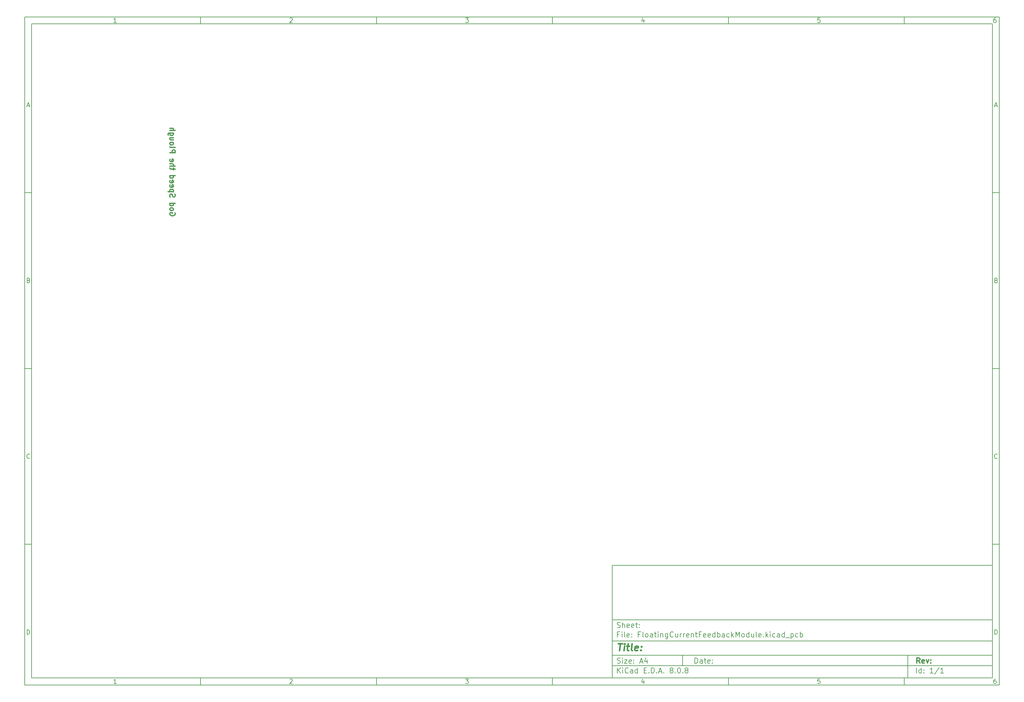
<source format=gbr>
%TF.GenerationSoftware,KiCad,Pcbnew,8.0.8*%
%TF.CreationDate,2025-05-01T12:34:51+01:00*%
%TF.ProjectId,FloatingCurrentFeedbackModule,466c6f61-7469-46e6-9743-757272656e74,rev?*%
%TF.SameCoordinates,Original*%
%TF.FileFunction,Legend,Bot*%
%TF.FilePolarity,Positive*%
%FSLAX46Y46*%
G04 Gerber Fmt 4.6, Leading zero omitted, Abs format (unit mm)*
G04 Created by KiCad (PCBNEW 8.0.8) date 2025-05-01 12:34:51*
%MOMM*%
%LPD*%
G01*
G04 APERTURE LIST*
%ADD10C,0.100000*%
%ADD11C,0.150000*%
%ADD12C,0.300000*%
%ADD13C,0.400000*%
G04 APERTURE END LIST*
D10*
D11*
X177002200Y-166007200D02*
X285002200Y-166007200D01*
X285002200Y-198007200D01*
X177002200Y-198007200D01*
X177002200Y-166007200D01*
D10*
D11*
X10000000Y-10000000D02*
X287002200Y-10000000D01*
X287002200Y-200007200D01*
X10000000Y-200007200D01*
X10000000Y-10000000D01*
D10*
D11*
X12000000Y-12000000D02*
X285002200Y-12000000D01*
X285002200Y-198007200D01*
X12000000Y-198007200D01*
X12000000Y-12000000D01*
D10*
D11*
X60000000Y-12000000D02*
X60000000Y-10000000D01*
D10*
D11*
X110000000Y-12000000D02*
X110000000Y-10000000D01*
D10*
D11*
X160000000Y-12000000D02*
X160000000Y-10000000D01*
D10*
D11*
X210000000Y-12000000D02*
X210000000Y-10000000D01*
D10*
D11*
X260000000Y-12000000D02*
X260000000Y-10000000D01*
D10*
D11*
X36089160Y-11593604D02*
X35346303Y-11593604D01*
X35717731Y-11593604D02*
X35717731Y-10293604D01*
X35717731Y-10293604D02*
X35593922Y-10479319D01*
X35593922Y-10479319D02*
X35470112Y-10603128D01*
X35470112Y-10603128D02*
X35346303Y-10665033D01*
D10*
D11*
X85346303Y-10417414D02*
X85408207Y-10355509D01*
X85408207Y-10355509D02*
X85532017Y-10293604D01*
X85532017Y-10293604D02*
X85841541Y-10293604D01*
X85841541Y-10293604D02*
X85965350Y-10355509D01*
X85965350Y-10355509D02*
X86027255Y-10417414D01*
X86027255Y-10417414D02*
X86089160Y-10541223D01*
X86089160Y-10541223D02*
X86089160Y-10665033D01*
X86089160Y-10665033D02*
X86027255Y-10850747D01*
X86027255Y-10850747D02*
X85284398Y-11593604D01*
X85284398Y-11593604D02*
X86089160Y-11593604D01*
D10*
D11*
X135284398Y-10293604D02*
X136089160Y-10293604D01*
X136089160Y-10293604D02*
X135655826Y-10788842D01*
X135655826Y-10788842D02*
X135841541Y-10788842D01*
X135841541Y-10788842D02*
X135965350Y-10850747D01*
X135965350Y-10850747D02*
X136027255Y-10912652D01*
X136027255Y-10912652D02*
X136089160Y-11036461D01*
X136089160Y-11036461D02*
X136089160Y-11345985D01*
X136089160Y-11345985D02*
X136027255Y-11469795D01*
X136027255Y-11469795D02*
X135965350Y-11531700D01*
X135965350Y-11531700D02*
X135841541Y-11593604D01*
X135841541Y-11593604D02*
X135470112Y-11593604D01*
X135470112Y-11593604D02*
X135346303Y-11531700D01*
X135346303Y-11531700D02*
X135284398Y-11469795D01*
D10*
D11*
X185965350Y-10726938D02*
X185965350Y-11593604D01*
X185655826Y-10231700D02*
X185346303Y-11160271D01*
X185346303Y-11160271D02*
X186151064Y-11160271D01*
D10*
D11*
X236027255Y-10293604D02*
X235408207Y-10293604D01*
X235408207Y-10293604D02*
X235346303Y-10912652D01*
X235346303Y-10912652D02*
X235408207Y-10850747D01*
X235408207Y-10850747D02*
X235532017Y-10788842D01*
X235532017Y-10788842D02*
X235841541Y-10788842D01*
X235841541Y-10788842D02*
X235965350Y-10850747D01*
X235965350Y-10850747D02*
X236027255Y-10912652D01*
X236027255Y-10912652D02*
X236089160Y-11036461D01*
X236089160Y-11036461D02*
X236089160Y-11345985D01*
X236089160Y-11345985D02*
X236027255Y-11469795D01*
X236027255Y-11469795D02*
X235965350Y-11531700D01*
X235965350Y-11531700D02*
X235841541Y-11593604D01*
X235841541Y-11593604D02*
X235532017Y-11593604D01*
X235532017Y-11593604D02*
X235408207Y-11531700D01*
X235408207Y-11531700D02*
X235346303Y-11469795D01*
D10*
D11*
X285965350Y-10293604D02*
X285717731Y-10293604D01*
X285717731Y-10293604D02*
X285593922Y-10355509D01*
X285593922Y-10355509D02*
X285532017Y-10417414D01*
X285532017Y-10417414D02*
X285408207Y-10603128D01*
X285408207Y-10603128D02*
X285346303Y-10850747D01*
X285346303Y-10850747D02*
X285346303Y-11345985D01*
X285346303Y-11345985D02*
X285408207Y-11469795D01*
X285408207Y-11469795D02*
X285470112Y-11531700D01*
X285470112Y-11531700D02*
X285593922Y-11593604D01*
X285593922Y-11593604D02*
X285841541Y-11593604D01*
X285841541Y-11593604D02*
X285965350Y-11531700D01*
X285965350Y-11531700D02*
X286027255Y-11469795D01*
X286027255Y-11469795D02*
X286089160Y-11345985D01*
X286089160Y-11345985D02*
X286089160Y-11036461D01*
X286089160Y-11036461D02*
X286027255Y-10912652D01*
X286027255Y-10912652D02*
X285965350Y-10850747D01*
X285965350Y-10850747D02*
X285841541Y-10788842D01*
X285841541Y-10788842D02*
X285593922Y-10788842D01*
X285593922Y-10788842D02*
X285470112Y-10850747D01*
X285470112Y-10850747D02*
X285408207Y-10912652D01*
X285408207Y-10912652D02*
X285346303Y-11036461D01*
D10*
D11*
X60000000Y-198007200D02*
X60000000Y-200007200D01*
D10*
D11*
X110000000Y-198007200D02*
X110000000Y-200007200D01*
D10*
D11*
X160000000Y-198007200D02*
X160000000Y-200007200D01*
D10*
D11*
X210000000Y-198007200D02*
X210000000Y-200007200D01*
D10*
D11*
X260000000Y-198007200D02*
X260000000Y-200007200D01*
D10*
D11*
X36089160Y-199600804D02*
X35346303Y-199600804D01*
X35717731Y-199600804D02*
X35717731Y-198300804D01*
X35717731Y-198300804D02*
X35593922Y-198486519D01*
X35593922Y-198486519D02*
X35470112Y-198610328D01*
X35470112Y-198610328D02*
X35346303Y-198672233D01*
D10*
D11*
X85346303Y-198424614D02*
X85408207Y-198362709D01*
X85408207Y-198362709D02*
X85532017Y-198300804D01*
X85532017Y-198300804D02*
X85841541Y-198300804D01*
X85841541Y-198300804D02*
X85965350Y-198362709D01*
X85965350Y-198362709D02*
X86027255Y-198424614D01*
X86027255Y-198424614D02*
X86089160Y-198548423D01*
X86089160Y-198548423D02*
X86089160Y-198672233D01*
X86089160Y-198672233D02*
X86027255Y-198857947D01*
X86027255Y-198857947D02*
X85284398Y-199600804D01*
X85284398Y-199600804D02*
X86089160Y-199600804D01*
D10*
D11*
X135284398Y-198300804D02*
X136089160Y-198300804D01*
X136089160Y-198300804D02*
X135655826Y-198796042D01*
X135655826Y-198796042D02*
X135841541Y-198796042D01*
X135841541Y-198796042D02*
X135965350Y-198857947D01*
X135965350Y-198857947D02*
X136027255Y-198919852D01*
X136027255Y-198919852D02*
X136089160Y-199043661D01*
X136089160Y-199043661D02*
X136089160Y-199353185D01*
X136089160Y-199353185D02*
X136027255Y-199476995D01*
X136027255Y-199476995D02*
X135965350Y-199538900D01*
X135965350Y-199538900D02*
X135841541Y-199600804D01*
X135841541Y-199600804D02*
X135470112Y-199600804D01*
X135470112Y-199600804D02*
X135346303Y-199538900D01*
X135346303Y-199538900D02*
X135284398Y-199476995D01*
D10*
D11*
X185965350Y-198734138D02*
X185965350Y-199600804D01*
X185655826Y-198238900D02*
X185346303Y-199167471D01*
X185346303Y-199167471D02*
X186151064Y-199167471D01*
D10*
D11*
X236027255Y-198300804D02*
X235408207Y-198300804D01*
X235408207Y-198300804D02*
X235346303Y-198919852D01*
X235346303Y-198919852D02*
X235408207Y-198857947D01*
X235408207Y-198857947D02*
X235532017Y-198796042D01*
X235532017Y-198796042D02*
X235841541Y-198796042D01*
X235841541Y-198796042D02*
X235965350Y-198857947D01*
X235965350Y-198857947D02*
X236027255Y-198919852D01*
X236027255Y-198919852D02*
X236089160Y-199043661D01*
X236089160Y-199043661D02*
X236089160Y-199353185D01*
X236089160Y-199353185D02*
X236027255Y-199476995D01*
X236027255Y-199476995D02*
X235965350Y-199538900D01*
X235965350Y-199538900D02*
X235841541Y-199600804D01*
X235841541Y-199600804D02*
X235532017Y-199600804D01*
X235532017Y-199600804D02*
X235408207Y-199538900D01*
X235408207Y-199538900D02*
X235346303Y-199476995D01*
D10*
D11*
X285965350Y-198300804D02*
X285717731Y-198300804D01*
X285717731Y-198300804D02*
X285593922Y-198362709D01*
X285593922Y-198362709D02*
X285532017Y-198424614D01*
X285532017Y-198424614D02*
X285408207Y-198610328D01*
X285408207Y-198610328D02*
X285346303Y-198857947D01*
X285346303Y-198857947D02*
X285346303Y-199353185D01*
X285346303Y-199353185D02*
X285408207Y-199476995D01*
X285408207Y-199476995D02*
X285470112Y-199538900D01*
X285470112Y-199538900D02*
X285593922Y-199600804D01*
X285593922Y-199600804D02*
X285841541Y-199600804D01*
X285841541Y-199600804D02*
X285965350Y-199538900D01*
X285965350Y-199538900D02*
X286027255Y-199476995D01*
X286027255Y-199476995D02*
X286089160Y-199353185D01*
X286089160Y-199353185D02*
X286089160Y-199043661D01*
X286089160Y-199043661D02*
X286027255Y-198919852D01*
X286027255Y-198919852D02*
X285965350Y-198857947D01*
X285965350Y-198857947D02*
X285841541Y-198796042D01*
X285841541Y-198796042D02*
X285593922Y-198796042D01*
X285593922Y-198796042D02*
X285470112Y-198857947D01*
X285470112Y-198857947D02*
X285408207Y-198919852D01*
X285408207Y-198919852D02*
X285346303Y-199043661D01*
D10*
D11*
X10000000Y-60000000D02*
X12000000Y-60000000D01*
D10*
D11*
X10000000Y-110000000D02*
X12000000Y-110000000D01*
D10*
D11*
X10000000Y-160000000D02*
X12000000Y-160000000D01*
D10*
D11*
X10690476Y-35222176D02*
X11309523Y-35222176D01*
X10566666Y-35593604D02*
X10999999Y-34293604D01*
X10999999Y-34293604D02*
X11433333Y-35593604D01*
D10*
D11*
X11092857Y-84912652D02*
X11278571Y-84974557D01*
X11278571Y-84974557D02*
X11340476Y-85036461D01*
X11340476Y-85036461D02*
X11402380Y-85160271D01*
X11402380Y-85160271D02*
X11402380Y-85345985D01*
X11402380Y-85345985D02*
X11340476Y-85469795D01*
X11340476Y-85469795D02*
X11278571Y-85531700D01*
X11278571Y-85531700D02*
X11154761Y-85593604D01*
X11154761Y-85593604D02*
X10659523Y-85593604D01*
X10659523Y-85593604D02*
X10659523Y-84293604D01*
X10659523Y-84293604D02*
X11092857Y-84293604D01*
X11092857Y-84293604D02*
X11216666Y-84355509D01*
X11216666Y-84355509D02*
X11278571Y-84417414D01*
X11278571Y-84417414D02*
X11340476Y-84541223D01*
X11340476Y-84541223D02*
X11340476Y-84665033D01*
X11340476Y-84665033D02*
X11278571Y-84788842D01*
X11278571Y-84788842D02*
X11216666Y-84850747D01*
X11216666Y-84850747D02*
X11092857Y-84912652D01*
X11092857Y-84912652D02*
X10659523Y-84912652D01*
D10*
D11*
X11402380Y-135469795D02*
X11340476Y-135531700D01*
X11340476Y-135531700D02*
X11154761Y-135593604D01*
X11154761Y-135593604D02*
X11030952Y-135593604D01*
X11030952Y-135593604D02*
X10845238Y-135531700D01*
X10845238Y-135531700D02*
X10721428Y-135407890D01*
X10721428Y-135407890D02*
X10659523Y-135284080D01*
X10659523Y-135284080D02*
X10597619Y-135036461D01*
X10597619Y-135036461D02*
X10597619Y-134850747D01*
X10597619Y-134850747D02*
X10659523Y-134603128D01*
X10659523Y-134603128D02*
X10721428Y-134479319D01*
X10721428Y-134479319D02*
X10845238Y-134355509D01*
X10845238Y-134355509D02*
X11030952Y-134293604D01*
X11030952Y-134293604D02*
X11154761Y-134293604D01*
X11154761Y-134293604D02*
X11340476Y-134355509D01*
X11340476Y-134355509D02*
X11402380Y-134417414D01*
D10*
D11*
X10659523Y-185593604D02*
X10659523Y-184293604D01*
X10659523Y-184293604D02*
X10969047Y-184293604D01*
X10969047Y-184293604D02*
X11154761Y-184355509D01*
X11154761Y-184355509D02*
X11278571Y-184479319D01*
X11278571Y-184479319D02*
X11340476Y-184603128D01*
X11340476Y-184603128D02*
X11402380Y-184850747D01*
X11402380Y-184850747D02*
X11402380Y-185036461D01*
X11402380Y-185036461D02*
X11340476Y-185284080D01*
X11340476Y-185284080D02*
X11278571Y-185407890D01*
X11278571Y-185407890D02*
X11154761Y-185531700D01*
X11154761Y-185531700D02*
X10969047Y-185593604D01*
X10969047Y-185593604D02*
X10659523Y-185593604D01*
D10*
D11*
X287002200Y-60000000D02*
X285002200Y-60000000D01*
D10*
D11*
X287002200Y-110000000D02*
X285002200Y-110000000D01*
D10*
D11*
X287002200Y-160000000D02*
X285002200Y-160000000D01*
D10*
D11*
X285692676Y-35222176D02*
X286311723Y-35222176D01*
X285568866Y-35593604D02*
X286002199Y-34293604D01*
X286002199Y-34293604D02*
X286435533Y-35593604D01*
D10*
D11*
X286095057Y-84912652D02*
X286280771Y-84974557D01*
X286280771Y-84974557D02*
X286342676Y-85036461D01*
X286342676Y-85036461D02*
X286404580Y-85160271D01*
X286404580Y-85160271D02*
X286404580Y-85345985D01*
X286404580Y-85345985D02*
X286342676Y-85469795D01*
X286342676Y-85469795D02*
X286280771Y-85531700D01*
X286280771Y-85531700D02*
X286156961Y-85593604D01*
X286156961Y-85593604D02*
X285661723Y-85593604D01*
X285661723Y-85593604D02*
X285661723Y-84293604D01*
X285661723Y-84293604D02*
X286095057Y-84293604D01*
X286095057Y-84293604D02*
X286218866Y-84355509D01*
X286218866Y-84355509D02*
X286280771Y-84417414D01*
X286280771Y-84417414D02*
X286342676Y-84541223D01*
X286342676Y-84541223D02*
X286342676Y-84665033D01*
X286342676Y-84665033D02*
X286280771Y-84788842D01*
X286280771Y-84788842D02*
X286218866Y-84850747D01*
X286218866Y-84850747D02*
X286095057Y-84912652D01*
X286095057Y-84912652D02*
X285661723Y-84912652D01*
D10*
D11*
X286404580Y-135469795D02*
X286342676Y-135531700D01*
X286342676Y-135531700D02*
X286156961Y-135593604D01*
X286156961Y-135593604D02*
X286033152Y-135593604D01*
X286033152Y-135593604D02*
X285847438Y-135531700D01*
X285847438Y-135531700D02*
X285723628Y-135407890D01*
X285723628Y-135407890D02*
X285661723Y-135284080D01*
X285661723Y-135284080D02*
X285599819Y-135036461D01*
X285599819Y-135036461D02*
X285599819Y-134850747D01*
X285599819Y-134850747D02*
X285661723Y-134603128D01*
X285661723Y-134603128D02*
X285723628Y-134479319D01*
X285723628Y-134479319D02*
X285847438Y-134355509D01*
X285847438Y-134355509D02*
X286033152Y-134293604D01*
X286033152Y-134293604D02*
X286156961Y-134293604D01*
X286156961Y-134293604D02*
X286342676Y-134355509D01*
X286342676Y-134355509D02*
X286404580Y-134417414D01*
D10*
D11*
X285661723Y-185593604D02*
X285661723Y-184293604D01*
X285661723Y-184293604D02*
X285971247Y-184293604D01*
X285971247Y-184293604D02*
X286156961Y-184355509D01*
X286156961Y-184355509D02*
X286280771Y-184479319D01*
X286280771Y-184479319D02*
X286342676Y-184603128D01*
X286342676Y-184603128D02*
X286404580Y-184850747D01*
X286404580Y-184850747D02*
X286404580Y-185036461D01*
X286404580Y-185036461D02*
X286342676Y-185284080D01*
X286342676Y-185284080D02*
X286280771Y-185407890D01*
X286280771Y-185407890D02*
X286156961Y-185531700D01*
X286156961Y-185531700D02*
X285971247Y-185593604D01*
X285971247Y-185593604D02*
X285661723Y-185593604D01*
D10*
D11*
X200458026Y-193793328D02*
X200458026Y-192293328D01*
X200458026Y-192293328D02*
X200815169Y-192293328D01*
X200815169Y-192293328D02*
X201029455Y-192364757D01*
X201029455Y-192364757D02*
X201172312Y-192507614D01*
X201172312Y-192507614D02*
X201243741Y-192650471D01*
X201243741Y-192650471D02*
X201315169Y-192936185D01*
X201315169Y-192936185D02*
X201315169Y-193150471D01*
X201315169Y-193150471D02*
X201243741Y-193436185D01*
X201243741Y-193436185D02*
X201172312Y-193579042D01*
X201172312Y-193579042D02*
X201029455Y-193721900D01*
X201029455Y-193721900D02*
X200815169Y-193793328D01*
X200815169Y-193793328D02*
X200458026Y-193793328D01*
X202600884Y-193793328D02*
X202600884Y-193007614D01*
X202600884Y-193007614D02*
X202529455Y-192864757D01*
X202529455Y-192864757D02*
X202386598Y-192793328D01*
X202386598Y-192793328D02*
X202100884Y-192793328D01*
X202100884Y-192793328D02*
X201958026Y-192864757D01*
X202600884Y-193721900D02*
X202458026Y-193793328D01*
X202458026Y-193793328D02*
X202100884Y-193793328D01*
X202100884Y-193793328D02*
X201958026Y-193721900D01*
X201958026Y-193721900D02*
X201886598Y-193579042D01*
X201886598Y-193579042D02*
X201886598Y-193436185D01*
X201886598Y-193436185D02*
X201958026Y-193293328D01*
X201958026Y-193293328D02*
X202100884Y-193221900D01*
X202100884Y-193221900D02*
X202458026Y-193221900D01*
X202458026Y-193221900D02*
X202600884Y-193150471D01*
X203100884Y-192793328D02*
X203672312Y-192793328D01*
X203315169Y-192293328D02*
X203315169Y-193579042D01*
X203315169Y-193579042D02*
X203386598Y-193721900D01*
X203386598Y-193721900D02*
X203529455Y-193793328D01*
X203529455Y-193793328D02*
X203672312Y-193793328D01*
X204743741Y-193721900D02*
X204600884Y-193793328D01*
X204600884Y-193793328D02*
X204315170Y-193793328D01*
X204315170Y-193793328D02*
X204172312Y-193721900D01*
X204172312Y-193721900D02*
X204100884Y-193579042D01*
X204100884Y-193579042D02*
X204100884Y-193007614D01*
X204100884Y-193007614D02*
X204172312Y-192864757D01*
X204172312Y-192864757D02*
X204315170Y-192793328D01*
X204315170Y-192793328D02*
X204600884Y-192793328D01*
X204600884Y-192793328D02*
X204743741Y-192864757D01*
X204743741Y-192864757D02*
X204815170Y-193007614D01*
X204815170Y-193007614D02*
X204815170Y-193150471D01*
X204815170Y-193150471D02*
X204100884Y-193293328D01*
X205458026Y-193650471D02*
X205529455Y-193721900D01*
X205529455Y-193721900D02*
X205458026Y-193793328D01*
X205458026Y-193793328D02*
X205386598Y-193721900D01*
X205386598Y-193721900D02*
X205458026Y-193650471D01*
X205458026Y-193650471D02*
X205458026Y-193793328D01*
X205458026Y-192864757D02*
X205529455Y-192936185D01*
X205529455Y-192936185D02*
X205458026Y-193007614D01*
X205458026Y-193007614D02*
X205386598Y-192936185D01*
X205386598Y-192936185D02*
X205458026Y-192864757D01*
X205458026Y-192864757D02*
X205458026Y-193007614D01*
D10*
D11*
X177002200Y-194507200D02*
X285002200Y-194507200D01*
D10*
D11*
X178458026Y-196593328D02*
X178458026Y-195093328D01*
X179315169Y-196593328D02*
X178672312Y-195736185D01*
X179315169Y-195093328D02*
X178458026Y-195950471D01*
X179958026Y-196593328D02*
X179958026Y-195593328D01*
X179958026Y-195093328D02*
X179886598Y-195164757D01*
X179886598Y-195164757D02*
X179958026Y-195236185D01*
X179958026Y-195236185D02*
X180029455Y-195164757D01*
X180029455Y-195164757D02*
X179958026Y-195093328D01*
X179958026Y-195093328D02*
X179958026Y-195236185D01*
X181529455Y-196450471D02*
X181458027Y-196521900D01*
X181458027Y-196521900D02*
X181243741Y-196593328D01*
X181243741Y-196593328D02*
X181100884Y-196593328D01*
X181100884Y-196593328D02*
X180886598Y-196521900D01*
X180886598Y-196521900D02*
X180743741Y-196379042D01*
X180743741Y-196379042D02*
X180672312Y-196236185D01*
X180672312Y-196236185D02*
X180600884Y-195950471D01*
X180600884Y-195950471D02*
X180600884Y-195736185D01*
X180600884Y-195736185D02*
X180672312Y-195450471D01*
X180672312Y-195450471D02*
X180743741Y-195307614D01*
X180743741Y-195307614D02*
X180886598Y-195164757D01*
X180886598Y-195164757D02*
X181100884Y-195093328D01*
X181100884Y-195093328D02*
X181243741Y-195093328D01*
X181243741Y-195093328D02*
X181458027Y-195164757D01*
X181458027Y-195164757D02*
X181529455Y-195236185D01*
X182815170Y-196593328D02*
X182815170Y-195807614D01*
X182815170Y-195807614D02*
X182743741Y-195664757D01*
X182743741Y-195664757D02*
X182600884Y-195593328D01*
X182600884Y-195593328D02*
X182315170Y-195593328D01*
X182315170Y-195593328D02*
X182172312Y-195664757D01*
X182815170Y-196521900D02*
X182672312Y-196593328D01*
X182672312Y-196593328D02*
X182315170Y-196593328D01*
X182315170Y-196593328D02*
X182172312Y-196521900D01*
X182172312Y-196521900D02*
X182100884Y-196379042D01*
X182100884Y-196379042D02*
X182100884Y-196236185D01*
X182100884Y-196236185D02*
X182172312Y-196093328D01*
X182172312Y-196093328D02*
X182315170Y-196021900D01*
X182315170Y-196021900D02*
X182672312Y-196021900D01*
X182672312Y-196021900D02*
X182815170Y-195950471D01*
X184172313Y-196593328D02*
X184172313Y-195093328D01*
X184172313Y-196521900D02*
X184029455Y-196593328D01*
X184029455Y-196593328D02*
X183743741Y-196593328D01*
X183743741Y-196593328D02*
X183600884Y-196521900D01*
X183600884Y-196521900D02*
X183529455Y-196450471D01*
X183529455Y-196450471D02*
X183458027Y-196307614D01*
X183458027Y-196307614D02*
X183458027Y-195879042D01*
X183458027Y-195879042D02*
X183529455Y-195736185D01*
X183529455Y-195736185D02*
X183600884Y-195664757D01*
X183600884Y-195664757D02*
X183743741Y-195593328D01*
X183743741Y-195593328D02*
X184029455Y-195593328D01*
X184029455Y-195593328D02*
X184172313Y-195664757D01*
X186029455Y-195807614D02*
X186529455Y-195807614D01*
X186743741Y-196593328D02*
X186029455Y-196593328D01*
X186029455Y-196593328D02*
X186029455Y-195093328D01*
X186029455Y-195093328D02*
X186743741Y-195093328D01*
X187386598Y-196450471D02*
X187458027Y-196521900D01*
X187458027Y-196521900D02*
X187386598Y-196593328D01*
X187386598Y-196593328D02*
X187315170Y-196521900D01*
X187315170Y-196521900D02*
X187386598Y-196450471D01*
X187386598Y-196450471D02*
X187386598Y-196593328D01*
X188100884Y-196593328D02*
X188100884Y-195093328D01*
X188100884Y-195093328D02*
X188458027Y-195093328D01*
X188458027Y-195093328D02*
X188672313Y-195164757D01*
X188672313Y-195164757D02*
X188815170Y-195307614D01*
X188815170Y-195307614D02*
X188886599Y-195450471D01*
X188886599Y-195450471D02*
X188958027Y-195736185D01*
X188958027Y-195736185D02*
X188958027Y-195950471D01*
X188958027Y-195950471D02*
X188886599Y-196236185D01*
X188886599Y-196236185D02*
X188815170Y-196379042D01*
X188815170Y-196379042D02*
X188672313Y-196521900D01*
X188672313Y-196521900D02*
X188458027Y-196593328D01*
X188458027Y-196593328D02*
X188100884Y-196593328D01*
X189600884Y-196450471D02*
X189672313Y-196521900D01*
X189672313Y-196521900D02*
X189600884Y-196593328D01*
X189600884Y-196593328D02*
X189529456Y-196521900D01*
X189529456Y-196521900D02*
X189600884Y-196450471D01*
X189600884Y-196450471D02*
X189600884Y-196593328D01*
X190243742Y-196164757D02*
X190958028Y-196164757D01*
X190100885Y-196593328D02*
X190600885Y-195093328D01*
X190600885Y-195093328D02*
X191100885Y-196593328D01*
X191600884Y-196450471D02*
X191672313Y-196521900D01*
X191672313Y-196521900D02*
X191600884Y-196593328D01*
X191600884Y-196593328D02*
X191529456Y-196521900D01*
X191529456Y-196521900D02*
X191600884Y-196450471D01*
X191600884Y-196450471D02*
X191600884Y-196593328D01*
X193672313Y-195736185D02*
X193529456Y-195664757D01*
X193529456Y-195664757D02*
X193458027Y-195593328D01*
X193458027Y-195593328D02*
X193386599Y-195450471D01*
X193386599Y-195450471D02*
X193386599Y-195379042D01*
X193386599Y-195379042D02*
X193458027Y-195236185D01*
X193458027Y-195236185D02*
X193529456Y-195164757D01*
X193529456Y-195164757D02*
X193672313Y-195093328D01*
X193672313Y-195093328D02*
X193958027Y-195093328D01*
X193958027Y-195093328D02*
X194100885Y-195164757D01*
X194100885Y-195164757D02*
X194172313Y-195236185D01*
X194172313Y-195236185D02*
X194243742Y-195379042D01*
X194243742Y-195379042D02*
X194243742Y-195450471D01*
X194243742Y-195450471D02*
X194172313Y-195593328D01*
X194172313Y-195593328D02*
X194100885Y-195664757D01*
X194100885Y-195664757D02*
X193958027Y-195736185D01*
X193958027Y-195736185D02*
X193672313Y-195736185D01*
X193672313Y-195736185D02*
X193529456Y-195807614D01*
X193529456Y-195807614D02*
X193458027Y-195879042D01*
X193458027Y-195879042D02*
X193386599Y-196021900D01*
X193386599Y-196021900D02*
X193386599Y-196307614D01*
X193386599Y-196307614D02*
X193458027Y-196450471D01*
X193458027Y-196450471D02*
X193529456Y-196521900D01*
X193529456Y-196521900D02*
X193672313Y-196593328D01*
X193672313Y-196593328D02*
X193958027Y-196593328D01*
X193958027Y-196593328D02*
X194100885Y-196521900D01*
X194100885Y-196521900D02*
X194172313Y-196450471D01*
X194172313Y-196450471D02*
X194243742Y-196307614D01*
X194243742Y-196307614D02*
X194243742Y-196021900D01*
X194243742Y-196021900D02*
X194172313Y-195879042D01*
X194172313Y-195879042D02*
X194100885Y-195807614D01*
X194100885Y-195807614D02*
X193958027Y-195736185D01*
X194886598Y-196450471D02*
X194958027Y-196521900D01*
X194958027Y-196521900D02*
X194886598Y-196593328D01*
X194886598Y-196593328D02*
X194815170Y-196521900D01*
X194815170Y-196521900D02*
X194886598Y-196450471D01*
X194886598Y-196450471D02*
X194886598Y-196593328D01*
X195886599Y-195093328D02*
X196029456Y-195093328D01*
X196029456Y-195093328D02*
X196172313Y-195164757D01*
X196172313Y-195164757D02*
X196243742Y-195236185D01*
X196243742Y-195236185D02*
X196315170Y-195379042D01*
X196315170Y-195379042D02*
X196386599Y-195664757D01*
X196386599Y-195664757D02*
X196386599Y-196021900D01*
X196386599Y-196021900D02*
X196315170Y-196307614D01*
X196315170Y-196307614D02*
X196243742Y-196450471D01*
X196243742Y-196450471D02*
X196172313Y-196521900D01*
X196172313Y-196521900D02*
X196029456Y-196593328D01*
X196029456Y-196593328D02*
X195886599Y-196593328D01*
X195886599Y-196593328D02*
X195743742Y-196521900D01*
X195743742Y-196521900D02*
X195672313Y-196450471D01*
X195672313Y-196450471D02*
X195600884Y-196307614D01*
X195600884Y-196307614D02*
X195529456Y-196021900D01*
X195529456Y-196021900D02*
X195529456Y-195664757D01*
X195529456Y-195664757D02*
X195600884Y-195379042D01*
X195600884Y-195379042D02*
X195672313Y-195236185D01*
X195672313Y-195236185D02*
X195743742Y-195164757D01*
X195743742Y-195164757D02*
X195886599Y-195093328D01*
X197029455Y-196450471D02*
X197100884Y-196521900D01*
X197100884Y-196521900D02*
X197029455Y-196593328D01*
X197029455Y-196593328D02*
X196958027Y-196521900D01*
X196958027Y-196521900D02*
X197029455Y-196450471D01*
X197029455Y-196450471D02*
X197029455Y-196593328D01*
X197958027Y-195736185D02*
X197815170Y-195664757D01*
X197815170Y-195664757D02*
X197743741Y-195593328D01*
X197743741Y-195593328D02*
X197672313Y-195450471D01*
X197672313Y-195450471D02*
X197672313Y-195379042D01*
X197672313Y-195379042D02*
X197743741Y-195236185D01*
X197743741Y-195236185D02*
X197815170Y-195164757D01*
X197815170Y-195164757D02*
X197958027Y-195093328D01*
X197958027Y-195093328D02*
X198243741Y-195093328D01*
X198243741Y-195093328D02*
X198386599Y-195164757D01*
X198386599Y-195164757D02*
X198458027Y-195236185D01*
X198458027Y-195236185D02*
X198529456Y-195379042D01*
X198529456Y-195379042D02*
X198529456Y-195450471D01*
X198529456Y-195450471D02*
X198458027Y-195593328D01*
X198458027Y-195593328D02*
X198386599Y-195664757D01*
X198386599Y-195664757D02*
X198243741Y-195736185D01*
X198243741Y-195736185D02*
X197958027Y-195736185D01*
X197958027Y-195736185D02*
X197815170Y-195807614D01*
X197815170Y-195807614D02*
X197743741Y-195879042D01*
X197743741Y-195879042D02*
X197672313Y-196021900D01*
X197672313Y-196021900D02*
X197672313Y-196307614D01*
X197672313Y-196307614D02*
X197743741Y-196450471D01*
X197743741Y-196450471D02*
X197815170Y-196521900D01*
X197815170Y-196521900D02*
X197958027Y-196593328D01*
X197958027Y-196593328D02*
X198243741Y-196593328D01*
X198243741Y-196593328D02*
X198386599Y-196521900D01*
X198386599Y-196521900D02*
X198458027Y-196450471D01*
X198458027Y-196450471D02*
X198529456Y-196307614D01*
X198529456Y-196307614D02*
X198529456Y-196021900D01*
X198529456Y-196021900D02*
X198458027Y-195879042D01*
X198458027Y-195879042D02*
X198386599Y-195807614D01*
X198386599Y-195807614D02*
X198243741Y-195736185D01*
D10*
D11*
X177002200Y-191507200D02*
X285002200Y-191507200D01*
D10*
D12*
X264413853Y-193785528D02*
X263913853Y-193071242D01*
X263556710Y-193785528D02*
X263556710Y-192285528D01*
X263556710Y-192285528D02*
X264128139Y-192285528D01*
X264128139Y-192285528D02*
X264270996Y-192356957D01*
X264270996Y-192356957D02*
X264342425Y-192428385D01*
X264342425Y-192428385D02*
X264413853Y-192571242D01*
X264413853Y-192571242D02*
X264413853Y-192785528D01*
X264413853Y-192785528D02*
X264342425Y-192928385D01*
X264342425Y-192928385D02*
X264270996Y-192999814D01*
X264270996Y-192999814D02*
X264128139Y-193071242D01*
X264128139Y-193071242D02*
X263556710Y-193071242D01*
X265628139Y-193714100D02*
X265485282Y-193785528D01*
X265485282Y-193785528D02*
X265199568Y-193785528D01*
X265199568Y-193785528D02*
X265056710Y-193714100D01*
X265056710Y-193714100D02*
X264985282Y-193571242D01*
X264985282Y-193571242D02*
X264985282Y-192999814D01*
X264985282Y-192999814D02*
X265056710Y-192856957D01*
X265056710Y-192856957D02*
X265199568Y-192785528D01*
X265199568Y-192785528D02*
X265485282Y-192785528D01*
X265485282Y-192785528D02*
X265628139Y-192856957D01*
X265628139Y-192856957D02*
X265699568Y-192999814D01*
X265699568Y-192999814D02*
X265699568Y-193142671D01*
X265699568Y-193142671D02*
X264985282Y-193285528D01*
X266199567Y-192785528D02*
X266556710Y-193785528D01*
X266556710Y-193785528D02*
X266913853Y-192785528D01*
X267485281Y-193642671D02*
X267556710Y-193714100D01*
X267556710Y-193714100D02*
X267485281Y-193785528D01*
X267485281Y-193785528D02*
X267413853Y-193714100D01*
X267413853Y-193714100D02*
X267485281Y-193642671D01*
X267485281Y-193642671D02*
X267485281Y-193785528D01*
X267485281Y-192856957D02*
X267556710Y-192928385D01*
X267556710Y-192928385D02*
X267485281Y-192999814D01*
X267485281Y-192999814D02*
X267413853Y-192928385D01*
X267413853Y-192928385D02*
X267485281Y-192856957D01*
X267485281Y-192856957D02*
X267485281Y-192999814D01*
D10*
D11*
X178386598Y-193721900D02*
X178600884Y-193793328D01*
X178600884Y-193793328D02*
X178958026Y-193793328D01*
X178958026Y-193793328D02*
X179100884Y-193721900D01*
X179100884Y-193721900D02*
X179172312Y-193650471D01*
X179172312Y-193650471D02*
X179243741Y-193507614D01*
X179243741Y-193507614D02*
X179243741Y-193364757D01*
X179243741Y-193364757D02*
X179172312Y-193221900D01*
X179172312Y-193221900D02*
X179100884Y-193150471D01*
X179100884Y-193150471D02*
X178958026Y-193079042D01*
X178958026Y-193079042D02*
X178672312Y-193007614D01*
X178672312Y-193007614D02*
X178529455Y-192936185D01*
X178529455Y-192936185D02*
X178458026Y-192864757D01*
X178458026Y-192864757D02*
X178386598Y-192721900D01*
X178386598Y-192721900D02*
X178386598Y-192579042D01*
X178386598Y-192579042D02*
X178458026Y-192436185D01*
X178458026Y-192436185D02*
X178529455Y-192364757D01*
X178529455Y-192364757D02*
X178672312Y-192293328D01*
X178672312Y-192293328D02*
X179029455Y-192293328D01*
X179029455Y-192293328D02*
X179243741Y-192364757D01*
X179886597Y-193793328D02*
X179886597Y-192793328D01*
X179886597Y-192293328D02*
X179815169Y-192364757D01*
X179815169Y-192364757D02*
X179886597Y-192436185D01*
X179886597Y-192436185D02*
X179958026Y-192364757D01*
X179958026Y-192364757D02*
X179886597Y-192293328D01*
X179886597Y-192293328D02*
X179886597Y-192436185D01*
X180458026Y-192793328D02*
X181243741Y-192793328D01*
X181243741Y-192793328D02*
X180458026Y-193793328D01*
X180458026Y-193793328D02*
X181243741Y-193793328D01*
X182386598Y-193721900D02*
X182243741Y-193793328D01*
X182243741Y-193793328D02*
X181958027Y-193793328D01*
X181958027Y-193793328D02*
X181815169Y-193721900D01*
X181815169Y-193721900D02*
X181743741Y-193579042D01*
X181743741Y-193579042D02*
X181743741Y-193007614D01*
X181743741Y-193007614D02*
X181815169Y-192864757D01*
X181815169Y-192864757D02*
X181958027Y-192793328D01*
X181958027Y-192793328D02*
X182243741Y-192793328D01*
X182243741Y-192793328D02*
X182386598Y-192864757D01*
X182386598Y-192864757D02*
X182458027Y-193007614D01*
X182458027Y-193007614D02*
X182458027Y-193150471D01*
X182458027Y-193150471D02*
X181743741Y-193293328D01*
X183100883Y-193650471D02*
X183172312Y-193721900D01*
X183172312Y-193721900D02*
X183100883Y-193793328D01*
X183100883Y-193793328D02*
X183029455Y-193721900D01*
X183029455Y-193721900D02*
X183100883Y-193650471D01*
X183100883Y-193650471D02*
X183100883Y-193793328D01*
X183100883Y-192864757D02*
X183172312Y-192936185D01*
X183172312Y-192936185D02*
X183100883Y-193007614D01*
X183100883Y-193007614D02*
X183029455Y-192936185D01*
X183029455Y-192936185D02*
X183100883Y-192864757D01*
X183100883Y-192864757D02*
X183100883Y-193007614D01*
X184886598Y-193364757D02*
X185600884Y-193364757D01*
X184743741Y-193793328D02*
X185243741Y-192293328D01*
X185243741Y-192293328D02*
X185743741Y-193793328D01*
X186886598Y-192793328D02*
X186886598Y-193793328D01*
X186529455Y-192221900D02*
X186172312Y-193293328D01*
X186172312Y-193293328D02*
X187100883Y-193293328D01*
D10*
D11*
X263458026Y-196593328D02*
X263458026Y-195093328D01*
X264815170Y-196593328D02*
X264815170Y-195093328D01*
X264815170Y-196521900D02*
X264672312Y-196593328D01*
X264672312Y-196593328D02*
X264386598Y-196593328D01*
X264386598Y-196593328D02*
X264243741Y-196521900D01*
X264243741Y-196521900D02*
X264172312Y-196450471D01*
X264172312Y-196450471D02*
X264100884Y-196307614D01*
X264100884Y-196307614D02*
X264100884Y-195879042D01*
X264100884Y-195879042D02*
X264172312Y-195736185D01*
X264172312Y-195736185D02*
X264243741Y-195664757D01*
X264243741Y-195664757D02*
X264386598Y-195593328D01*
X264386598Y-195593328D02*
X264672312Y-195593328D01*
X264672312Y-195593328D02*
X264815170Y-195664757D01*
X265529455Y-196450471D02*
X265600884Y-196521900D01*
X265600884Y-196521900D02*
X265529455Y-196593328D01*
X265529455Y-196593328D02*
X265458027Y-196521900D01*
X265458027Y-196521900D02*
X265529455Y-196450471D01*
X265529455Y-196450471D02*
X265529455Y-196593328D01*
X265529455Y-195664757D02*
X265600884Y-195736185D01*
X265600884Y-195736185D02*
X265529455Y-195807614D01*
X265529455Y-195807614D02*
X265458027Y-195736185D01*
X265458027Y-195736185D02*
X265529455Y-195664757D01*
X265529455Y-195664757D02*
X265529455Y-195807614D01*
X268172313Y-196593328D02*
X267315170Y-196593328D01*
X267743741Y-196593328D02*
X267743741Y-195093328D01*
X267743741Y-195093328D02*
X267600884Y-195307614D01*
X267600884Y-195307614D02*
X267458027Y-195450471D01*
X267458027Y-195450471D02*
X267315170Y-195521900D01*
X269886598Y-195021900D02*
X268600884Y-196950471D01*
X271172313Y-196593328D02*
X270315170Y-196593328D01*
X270743741Y-196593328D02*
X270743741Y-195093328D01*
X270743741Y-195093328D02*
X270600884Y-195307614D01*
X270600884Y-195307614D02*
X270458027Y-195450471D01*
X270458027Y-195450471D02*
X270315170Y-195521900D01*
D10*
D11*
X177002200Y-187507200D02*
X285002200Y-187507200D01*
D10*
D13*
X178693928Y-188211638D02*
X179836785Y-188211638D01*
X179015357Y-190211638D02*
X179265357Y-188211638D01*
X180253452Y-190211638D02*
X180420119Y-188878304D01*
X180503452Y-188211638D02*
X180396309Y-188306876D01*
X180396309Y-188306876D02*
X180479643Y-188402114D01*
X180479643Y-188402114D02*
X180586786Y-188306876D01*
X180586786Y-188306876D02*
X180503452Y-188211638D01*
X180503452Y-188211638D02*
X180479643Y-188402114D01*
X181086786Y-188878304D02*
X181848690Y-188878304D01*
X181455833Y-188211638D02*
X181241548Y-189925923D01*
X181241548Y-189925923D02*
X181312976Y-190116400D01*
X181312976Y-190116400D02*
X181491548Y-190211638D01*
X181491548Y-190211638D02*
X181682024Y-190211638D01*
X182634405Y-190211638D02*
X182455833Y-190116400D01*
X182455833Y-190116400D02*
X182384405Y-189925923D01*
X182384405Y-189925923D02*
X182598690Y-188211638D01*
X184170119Y-190116400D02*
X183967738Y-190211638D01*
X183967738Y-190211638D02*
X183586785Y-190211638D01*
X183586785Y-190211638D02*
X183408214Y-190116400D01*
X183408214Y-190116400D02*
X183336785Y-189925923D01*
X183336785Y-189925923D02*
X183432024Y-189164019D01*
X183432024Y-189164019D02*
X183551071Y-188973542D01*
X183551071Y-188973542D02*
X183753452Y-188878304D01*
X183753452Y-188878304D02*
X184134404Y-188878304D01*
X184134404Y-188878304D02*
X184312976Y-188973542D01*
X184312976Y-188973542D02*
X184384404Y-189164019D01*
X184384404Y-189164019D02*
X184360595Y-189354495D01*
X184360595Y-189354495D02*
X183384404Y-189544971D01*
X185134405Y-190021161D02*
X185217738Y-190116400D01*
X185217738Y-190116400D02*
X185110595Y-190211638D01*
X185110595Y-190211638D02*
X185027262Y-190116400D01*
X185027262Y-190116400D02*
X185134405Y-190021161D01*
X185134405Y-190021161D02*
X185110595Y-190211638D01*
X185265357Y-188973542D02*
X185348690Y-189068780D01*
X185348690Y-189068780D02*
X185241548Y-189164019D01*
X185241548Y-189164019D02*
X185158214Y-189068780D01*
X185158214Y-189068780D02*
X185265357Y-188973542D01*
X185265357Y-188973542D02*
X185241548Y-189164019D01*
D10*
D11*
X178958026Y-185607614D02*
X178458026Y-185607614D01*
X178458026Y-186393328D02*
X178458026Y-184893328D01*
X178458026Y-184893328D02*
X179172312Y-184893328D01*
X179743740Y-186393328D02*
X179743740Y-185393328D01*
X179743740Y-184893328D02*
X179672312Y-184964757D01*
X179672312Y-184964757D02*
X179743740Y-185036185D01*
X179743740Y-185036185D02*
X179815169Y-184964757D01*
X179815169Y-184964757D02*
X179743740Y-184893328D01*
X179743740Y-184893328D02*
X179743740Y-185036185D01*
X180672312Y-186393328D02*
X180529455Y-186321900D01*
X180529455Y-186321900D02*
X180458026Y-186179042D01*
X180458026Y-186179042D02*
X180458026Y-184893328D01*
X181815169Y-186321900D02*
X181672312Y-186393328D01*
X181672312Y-186393328D02*
X181386598Y-186393328D01*
X181386598Y-186393328D02*
X181243740Y-186321900D01*
X181243740Y-186321900D02*
X181172312Y-186179042D01*
X181172312Y-186179042D02*
X181172312Y-185607614D01*
X181172312Y-185607614D02*
X181243740Y-185464757D01*
X181243740Y-185464757D02*
X181386598Y-185393328D01*
X181386598Y-185393328D02*
X181672312Y-185393328D01*
X181672312Y-185393328D02*
X181815169Y-185464757D01*
X181815169Y-185464757D02*
X181886598Y-185607614D01*
X181886598Y-185607614D02*
X181886598Y-185750471D01*
X181886598Y-185750471D02*
X181172312Y-185893328D01*
X182529454Y-186250471D02*
X182600883Y-186321900D01*
X182600883Y-186321900D02*
X182529454Y-186393328D01*
X182529454Y-186393328D02*
X182458026Y-186321900D01*
X182458026Y-186321900D02*
X182529454Y-186250471D01*
X182529454Y-186250471D02*
X182529454Y-186393328D01*
X182529454Y-185464757D02*
X182600883Y-185536185D01*
X182600883Y-185536185D02*
X182529454Y-185607614D01*
X182529454Y-185607614D02*
X182458026Y-185536185D01*
X182458026Y-185536185D02*
X182529454Y-185464757D01*
X182529454Y-185464757D02*
X182529454Y-185607614D01*
X184886597Y-185607614D02*
X184386597Y-185607614D01*
X184386597Y-186393328D02*
X184386597Y-184893328D01*
X184386597Y-184893328D02*
X185100883Y-184893328D01*
X185886597Y-186393328D02*
X185743740Y-186321900D01*
X185743740Y-186321900D02*
X185672311Y-186179042D01*
X185672311Y-186179042D02*
X185672311Y-184893328D01*
X186672311Y-186393328D02*
X186529454Y-186321900D01*
X186529454Y-186321900D02*
X186458025Y-186250471D01*
X186458025Y-186250471D02*
X186386597Y-186107614D01*
X186386597Y-186107614D02*
X186386597Y-185679042D01*
X186386597Y-185679042D02*
X186458025Y-185536185D01*
X186458025Y-185536185D02*
X186529454Y-185464757D01*
X186529454Y-185464757D02*
X186672311Y-185393328D01*
X186672311Y-185393328D02*
X186886597Y-185393328D01*
X186886597Y-185393328D02*
X187029454Y-185464757D01*
X187029454Y-185464757D02*
X187100883Y-185536185D01*
X187100883Y-185536185D02*
X187172311Y-185679042D01*
X187172311Y-185679042D02*
X187172311Y-186107614D01*
X187172311Y-186107614D02*
X187100883Y-186250471D01*
X187100883Y-186250471D02*
X187029454Y-186321900D01*
X187029454Y-186321900D02*
X186886597Y-186393328D01*
X186886597Y-186393328D02*
X186672311Y-186393328D01*
X188458026Y-186393328D02*
X188458026Y-185607614D01*
X188458026Y-185607614D02*
X188386597Y-185464757D01*
X188386597Y-185464757D02*
X188243740Y-185393328D01*
X188243740Y-185393328D02*
X187958026Y-185393328D01*
X187958026Y-185393328D02*
X187815168Y-185464757D01*
X188458026Y-186321900D02*
X188315168Y-186393328D01*
X188315168Y-186393328D02*
X187958026Y-186393328D01*
X187958026Y-186393328D02*
X187815168Y-186321900D01*
X187815168Y-186321900D02*
X187743740Y-186179042D01*
X187743740Y-186179042D02*
X187743740Y-186036185D01*
X187743740Y-186036185D02*
X187815168Y-185893328D01*
X187815168Y-185893328D02*
X187958026Y-185821900D01*
X187958026Y-185821900D02*
X188315168Y-185821900D01*
X188315168Y-185821900D02*
X188458026Y-185750471D01*
X188958026Y-185393328D02*
X189529454Y-185393328D01*
X189172311Y-184893328D02*
X189172311Y-186179042D01*
X189172311Y-186179042D02*
X189243740Y-186321900D01*
X189243740Y-186321900D02*
X189386597Y-186393328D01*
X189386597Y-186393328D02*
X189529454Y-186393328D01*
X190029454Y-186393328D02*
X190029454Y-185393328D01*
X190029454Y-184893328D02*
X189958026Y-184964757D01*
X189958026Y-184964757D02*
X190029454Y-185036185D01*
X190029454Y-185036185D02*
X190100883Y-184964757D01*
X190100883Y-184964757D02*
X190029454Y-184893328D01*
X190029454Y-184893328D02*
X190029454Y-185036185D01*
X190743740Y-185393328D02*
X190743740Y-186393328D01*
X190743740Y-185536185D02*
X190815169Y-185464757D01*
X190815169Y-185464757D02*
X190958026Y-185393328D01*
X190958026Y-185393328D02*
X191172312Y-185393328D01*
X191172312Y-185393328D02*
X191315169Y-185464757D01*
X191315169Y-185464757D02*
X191386598Y-185607614D01*
X191386598Y-185607614D02*
X191386598Y-186393328D01*
X192743741Y-185393328D02*
X192743741Y-186607614D01*
X192743741Y-186607614D02*
X192672312Y-186750471D01*
X192672312Y-186750471D02*
X192600883Y-186821900D01*
X192600883Y-186821900D02*
X192458026Y-186893328D01*
X192458026Y-186893328D02*
X192243741Y-186893328D01*
X192243741Y-186893328D02*
X192100883Y-186821900D01*
X192743741Y-186321900D02*
X192600883Y-186393328D01*
X192600883Y-186393328D02*
X192315169Y-186393328D01*
X192315169Y-186393328D02*
X192172312Y-186321900D01*
X192172312Y-186321900D02*
X192100883Y-186250471D01*
X192100883Y-186250471D02*
X192029455Y-186107614D01*
X192029455Y-186107614D02*
X192029455Y-185679042D01*
X192029455Y-185679042D02*
X192100883Y-185536185D01*
X192100883Y-185536185D02*
X192172312Y-185464757D01*
X192172312Y-185464757D02*
X192315169Y-185393328D01*
X192315169Y-185393328D02*
X192600883Y-185393328D01*
X192600883Y-185393328D02*
X192743741Y-185464757D01*
X194315169Y-186250471D02*
X194243741Y-186321900D01*
X194243741Y-186321900D02*
X194029455Y-186393328D01*
X194029455Y-186393328D02*
X193886598Y-186393328D01*
X193886598Y-186393328D02*
X193672312Y-186321900D01*
X193672312Y-186321900D02*
X193529455Y-186179042D01*
X193529455Y-186179042D02*
X193458026Y-186036185D01*
X193458026Y-186036185D02*
X193386598Y-185750471D01*
X193386598Y-185750471D02*
X193386598Y-185536185D01*
X193386598Y-185536185D02*
X193458026Y-185250471D01*
X193458026Y-185250471D02*
X193529455Y-185107614D01*
X193529455Y-185107614D02*
X193672312Y-184964757D01*
X193672312Y-184964757D02*
X193886598Y-184893328D01*
X193886598Y-184893328D02*
X194029455Y-184893328D01*
X194029455Y-184893328D02*
X194243741Y-184964757D01*
X194243741Y-184964757D02*
X194315169Y-185036185D01*
X195600884Y-185393328D02*
X195600884Y-186393328D01*
X194958026Y-185393328D02*
X194958026Y-186179042D01*
X194958026Y-186179042D02*
X195029455Y-186321900D01*
X195029455Y-186321900D02*
X195172312Y-186393328D01*
X195172312Y-186393328D02*
X195386598Y-186393328D01*
X195386598Y-186393328D02*
X195529455Y-186321900D01*
X195529455Y-186321900D02*
X195600884Y-186250471D01*
X196315169Y-186393328D02*
X196315169Y-185393328D01*
X196315169Y-185679042D02*
X196386598Y-185536185D01*
X196386598Y-185536185D02*
X196458027Y-185464757D01*
X196458027Y-185464757D02*
X196600884Y-185393328D01*
X196600884Y-185393328D02*
X196743741Y-185393328D01*
X197243740Y-186393328D02*
X197243740Y-185393328D01*
X197243740Y-185679042D02*
X197315169Y-185536185D01*
X197315169Y-185536185D02*
X197386598Y-185464757D01*
X197386598Y-185464757D02*
X197529455Y-185393328D01*
X197529455Y-185393328D02*
X197672312Y-185393328D01*
X198743740Y-186321900D02*
X198600883Y-186393328D01*
X198600883Y-186393328D02*
X198315169Y-186393328D01*
X198315169Y-186393328D02*
X198172311Y-186321900D01*
X198172311Y-186321900D02*
X198100883Y-186179042D01*
X198100883Y-186179042D02*
X198100883Y-185607614D01*
X198100883Y-185607614D02*
X198172311Y-185464757D01*
X198172311Y-185464757D02*
X198315169Y-185393328D01*
X198315169Y-185393328D02*
X198600883Y-185393328D01*
X198600883Y-185393328D02*
X198743740Y-185464757D01*
X198743740Y-185464757D02*
X198815169Y-185607614D01*
X198815169Y-185607614D02*
X198815169Y-185750471D01*
X198815169Y-185750471D02*
X198100883Y-185893328D01*
X199458025Y-185393328D02*
X199458025Y-186393328D01*
X199458025Y-185536185D02*
X199529454Y-185464757D01*
X199529454Y-185464757D02*
X199672311Y-185393328D01*
X199672311Y-185393328D02*
X199886597Y-185393328D01*
X199886597Y-185393328D02*
X200029454Y-185464757D01*
X200029454Y-185464757D02*
X200100883Y-185607614D01*
X200100883Y-185607614D02*
X200100883Y-186393328D01*
X200600883Y-185393328D02*
X201172311Y-185393328D01*
X200815168Y-184893328D02*
X200815168Y-186179042D01*
X200815168Y-186179042D02*
X200886597Y-186321900D01*
X200886597Y-186321900D02*
X201029454Y-186393328D01*
X201029454Y-186393328D02*
X201172311Y-186393328D01*
X202172311Y-185607614D02*
X201672311Y-185607614D01*
X201672311Y-186393328D02*
X201672311Y-184893328D01*
X201672311Y-184893328D02*
X202386597Y-184893328D01*
X203529454Y-186321900D02*
X203386597Y-186393328D01*
X203386597Y-186393328D02*
X203100883Y-186393328D01*
X203100883Y-186393328D02*
X202958025Y-186321900D01*
X202958025Y-186321900D02*
X202886597Y-186179042D01*
X202886597Y-186179042D02*
X202886597Y-185607614D01*
X202886597Y-185607614D02*
X202958025Y-185464757D01*
X202958025Y-185464757D02*
X203100883Y-185393328D01*
X203100883Y-185393328D02*
X203386597Y-185393328D01*
X203386597Y-185393328D02*
X203529454Y-185464757D01*
X203529454Y-185464757D02*
X203600883Y-185607614D01*
X203600883Y-185607614D02*
X203600883Y-185750471D01*
X203600883Y-185750471D02*
X202886597Y-185893328D01*
X204815168Y-186321900D02*
X204672311Y-186393328D01*
X204672311Y-186393328D02*
X204386597Y-186393328D01*
X204386597Y-186393328D02*
X204243739Y-186321900D01*
X204243739Y-186321900D02*
X204172311Y-186179042D01*
X204172311Y-186179042D02*
X204172311Y-185607614D01*
X204172311Y-185607614D02*
X204243739Y-185464757D01*
X204243739Y-185464757D02*
X204386597Y-185393328D01*
X204386597Y-185393328D02*
X204672311Y-185393328D01*
X204672311Y-185393328D02*
X204815168Y-185464757D01*
X204815168Y-185464757D02*
X204886597Y-185607614D01*
X204886597Y-185607614D02*
X204886597Y-185750471D01*
X204886597Y-185750471D02*
X204172311Y-185893328D01*
X206172311Y-186393328D02*
X206172311Y-184893328D01*
X206172311Y-186321900D02*
X206029453Y-186393328D01*
X206029453Y-186393328D02*
X205743739Y-186393328D01*
X205743739Y-186393328D02*
X205600882Y-186321900D01*
X205600882Y-186321900D02*
X205529453Y-186250471D01*
X205529453Y-186250471D02*
X205458025Y-186107614D01*
X205458025Y-186107614D02*
X205458025Y-185679042D01*
X205458025Y-185679042D02*
X205529453Y-185536185D01*
X205529453Y-185536185D02*
X205600882Y-185464757D01*
X205600882Y-185464757D02*
X205743739Y-185393328D01*
X205743739Y-185393328D02*
X206029453Y-185393328D01*
X206029453Y-185393328D02*
X206172311Y-185464757D01*
X206886596Y-186393328D02*
X206886596Y-184893328D01*
X206886596Y-185464757D02*
X207029454Y-185393328D01*
X207029454Y-185393328D02*
X207315168Y-185393328D01*
X207315168Y-185393328D02*
X207458025Y-185464757D01*
X207458025Y-185464757D02*
X207529454Y-185536185D01*
X207529454Y-185536185D02*
X207600882Y-185679042D01*
X207600882Y-185679042D02*
X207600882Y-186107614D01*
X207600882Y-186107614D02*
X207529454Y-186250471D01*
X207529454Y-186250471D02*
X207458025Y-186321900D01*
X207458025Y-186321900D02*
X207315168Y-186393328D01*
X207315168Y-186393328D02*
X207029454Y-186393328D01*
X207029454Y-186393328D02*
X206886596Y-186321900D01*
X208886597Y-186393328D02*
X208886597Y-185607614D01*
X208886597Y-185607614D02*
X208815168Y-185464757D01*
X208815168Y-185464757D02*
X208672311Y-185393328D01*
X208672311Y-185393328D02*
X208386597Y-185393328D01*
X208386597Y-185393328D02*
X208243739Y-185464757D01*
X208886597Y-186321900D02*
X208743739Y-186393328D01*
X208743739Y-186393328D02*
X208386597Y-186393328D01*
X208386597Y-186393328D02*
X208243739Y-186321900D01*
X208243739Y-186321900D02*
X208172311Y-186179042D01*
X208172311Y-186179042D02*
X208172311Y-186036185D01*
X208172311Y-186036185D02*
X208243739Y-185893328D01*
X208243739Y-185893328D02*
X208386597Y-185821900D01*
X208386597Y-185821900D02*
X208743739Y-185821900D01*
X208743739Y-185821900D02*
X208886597Y-185750471D01*
X210243740Y-186321900D02*
X210100882Y-186393328D01*
X210100882Y-186393328D02*
X209815168Y-186393328D01*
X209815168Y-186393328D02*
X209672311Y-186321900D01*
X209672311Y-186321900D02*
X209600882Y-186250471D01*
X209600882Y-186250471D02*
X209529454Y-186107614D01*
X209529454Y-186107614D02*
X209529454Y-185679042D01*
X209529454Y-185679042D02*
X209600882Y-185536185D01*
X209600882Y-185536185D02*
X209672311Y-185464757D01*
X209672311Y-185464757D02*
X209815168Y-185393328D01*
X209815168Y-185393328D02*
X210100882Y-185393328D01*
X210100882Y-185393328D02*
X210243740Y-185464757D01*
X210886596Y-186393328D02*
X210886596Y-184893328D01*
X211029454Y-185821900D02*
X211458025Y-186393328D01*
X211458025Y-185393328D02*
X210886596Y-185964757D01*
X212100882Y-186393328D02*
X212100882Y-184893328D01*
X212100882Y-184893328D02*
X212600882Y-185964757D01*
X212600882Y-185964757D02*
X213100882Y-184893328D01*
X213100882Y-184893328D02*
X213100882Y-186393328D01*
X214029454Y-186393328D02*
X213886597Y-186321900D01*
X213886597Y-186321900D02*
X213815168Y-186250471D01*
X213815168Y-186250471D02*
X213743740Y-186107614D01*
X213743740Y-186107614D02*
X213743740Y-185679042D01*
X213743740Y-185679042D02*
X213815168Y-185536185D01*
X213815168Y-185536185D02*
X213886597Y-185464757D01*
X213886597Y-185464757D02*
X214029454Y-185393328D01*
X214029454Y-185393328D02*
X214243740Y-185393328D01*
X214243740Y-185393328D02*
X214386597Y-185464757D01*
X214386597Y-185464757D02*
X214458026Y-185536185D01*
X214458026Y-185536185D02*
X214529454Y-185679042D01*
X214529454Y-185679042D02*
X214529454Y-186107614D01*
X214529454Y-186107614D02*
X214458026Y-186250471D01*
X214458026Y-186250471D02*
X214386597Y-186321900D01*
X214386597Y-186321900D02*
X214243740Y-186393328D01*
X214243740Y-186393328D02*
X214029454Y-186393328D01*
X215815169Y-186393328D02*
X215815169Y-184893328D01*
X215815169Y-186321900D02*
X215672311Y-186393328D01*
X215672311Y-186393328D02*
X215386597Y-186393328D01*
X215386597Y-186393328D02*
X215243740Y-186321900D01*
X215243740Y-186321900D02*
X215172311Y-186250471D01*
X215172311Y-186250471D02*
X215100883Y-186107614D01*
X215100883Y-186107614D02*
X215100883Y-185679042D01*
X215100883Y-185679042D02*
X215172311Y-185536185D01*
X215172311Y-185536185D02*
X215243740Y-185464757D01*
X215243740Y-185464757D02*
X215386597Y-185393328D01*
X215386597Y-185393328D02*
X215672311Y-185393328D01*
X215672311Y-185393328D02*
X215815169Y-185464757D01*
X217172312Y-185393328D02*
X217172312Y-186393328D01*
X216529454Y-185393328D02*
X216529454Y-186179042D01*
X216529454Y-186179042D02*
X216600883Y-186321900D01*
X216600883Y-186321900D02*
X216743740Y-186393328D01*
X216743740Y-186393328D02*
X216958026Y-186393328D01*
X216958026Y-186393328D02*
X217100883Y-186321900D01*
X217100883Y-186321900D02*
X217172312Y-186250471D01*
X218100883Y-186393328D02*
X217958026Y-186321900D01*
X217958026Y-186321900D02*
X217886597Y-186179042D01*
X217886597Y-186179042D02*
X217886597Y-184893328D01*
X219243740Y-186321900D02*
X219100883Y-186393328D01*
X219100883Y-186393328D02*
X218815169Y-186393328D01*
X218815169Y-186393328D02*
X218672311Y-186321900D01*
X218672311Y-186321900D02*
X218600883Y-186179042D01*
X218600883Y-186179042D02*
X218600883Y-185607614D01*
X218600883Y-185607614D02*
X218672311Y-185464757D01*
X218672311Y-185464757D02*
X218815169Y-185393328D01*
X218815169Y-185393328D02*
X219100883Y-185393328D01*
X219100883Y-185393328D02*
X219243740Y-185464757D01*
X219243740Y-185464757D02*
X219315169Y-185607614D01*
X219315169Y-185607614D02*
X219315169Y-185750471D01*
X219315169Y-185750471D02*
X218600883Y-185893328D01*
X219958025Y-186250471D02*
X220029454Y-186321900D01*
X220029454Y-186321900D02*
X219958025Y-186393328D01*
X219958025Y-186393328D02*
X219886597Y-186321900D01*
X219886597Y-186321900D02*
X219958025Y-186250471D01*
X219958025Y-186250471D02*
X219958025Y-186393328D01*
X220672311Y-186393328D02*
X220672311Y-184893328D01*
X220815169Y-185821900D02*
X221243740Y-186393328D01*
X221243740Y-185393328D02*
X220672311Y-185964757D01*
X221886597Y-186393328D02*
X221886597Y-185393328D01*
X221886597Y-184893328D02*
X221815169Y-184964757D01*
X221815169Y-184964757D02*
X221886597Y-185036185D01*
X221886597Y-185036185D02*
X221958026Y-184964757D01*
X221958026Y-184964757D02*
X221886597Y-184893328D01*
X221886597Y-184893328D02*
X221886597Y-185036185D01*
X223243741Y-186321900D02*
X223100883Y-186393328D01*
X223100883Y-186393328D02*
X222815169Y-186393328D01*
X222815169Y-186393328D02*
X222672312Y-186321900D01*
X222672312Y-186321900D02*
X222600883Y-186250471D01*
X222600883Y-186250471D02*
X222529455Y-186107614D01*
X222529455Y-186107614D02*
X222529455Y-185679042D01*
X222529455Y-185679042D02*
X222600883Y-185536185D01*
X222600883Y-185536185D02*
X222672312Y-185464757D01*
X222672312Y-185464757D02*
X222815169Y-185393328D01*
X222815169Y-185393328D02*
X223100883Y-185393328D01*
X223100883Y-185393328D02*
X223243741Y-185464757D01*
X224529455Y-186393328D02*
X224529455Y-185607614D01*
X224529455Y-185607614D02*
X224458026Y-185464757D01*
X224458026Y-185464757D02*
X224315169Y-185393328D01*
X224315169Y-185393328D02*
X224029455Y-185393328D01*
X224029455Y-185393328D02*
X223886597Y-185464757D01*
X224529455Y-186321900D02*
X224386597Y-186393328D01*
X224386597Y-186393328D02*
X224029455Y-186393328D01*
X224029455Y-186393328D02*
X223886597Y-186321900D01*
X223886597Y-186321900D02*
X223815169Y-186179042D01*
X223815169Y-186179042D02*
X223815169Y-186036185D01*
X223815169Y-186036185D02*
X223886597Y-185893328D01*
X223886597Y-185893328D02*
X224029455Y-185821900D01*
X224029455Y-185821900D02*
X224386597Y-185821900D01*
X224386597Y-185821900D02*
X224529455Y-185750471D01*
X225886598Y-186393328D02*
X225886598Y-184893328D01*
X225886598Y-186321900D02*
X225743740Y-186393328D01*
X225743740Y-186393328D02*
X225458026Y-186393328D01*
X225458026Y-186393328D02*
X225315169Y-186321900D01*
X225315169Y-186321900D02*
X225243740Y-186250471D01*
X225243740Y-186250471D02*
X225172312Y-186107614D01*
X225172312Y-186107614D02*
X225172312Y-185679042D01*
X225172312Y-185679042D02*
X225243740Y-185536185D01*
X225243740Y-185536185D02*
X225315169Y-185464757D01*
X225315169Y-185464757D02*
X225458026Y-185393328D01*
X225458026Y-185393328D02*
X225743740Y-185393328D01*
X225743740Y-185393328D02*
X225886598Y-185464757D01*
X226243741Y-186536185D02*
X227386598Y-186536185D01*
X227743740Y-185393328D02*
X227743740Y-186893328D01*
X227743740Y-185464757D02*
X227886598Y-185393328D01*
X227886598Y-185393328D02*
X228172312Y-185393328D01*
X228172312Y-185393328D02*
X228315169Y-185464757D01*
X228315169Y-185464757D02*
X228386598Y-185536185D01*
X228386598Y-185536185D02*
X228458026Y-185679042D01*
X228458026Y-185679042D02*
X228458026Y-186107614D01*
X228458026Y-186107614D02*
X228386598Y-186250471D01*
X228386598Y-186250471D02*
X228315169Y-186321900D01*
X228315169Y-186321900D02*
X228172312Y-186393328D01*
X228172312Y-186393328D02*
X227886598Y-186393328D01*
X227886598Y-186393328D02*
X227743740Y-186321900D01*
X229743741Y-186321900D02*
X229600883Y-186393328D01*
X229600883Y-186393328D02*
X229315169Y-186393328D01*
X229315169Y-186393328D02*
X229172312Y-186321900D01*
X229172312Y-186321900D02*
X229100883Y-186250471D01*
X229100883Y-186250471D02*
X229029455Y-186107614D01*
X229029455Y-186107614D02*
X229029455Y-185679042D01*
X229029455Y-185679042D02*
X229100883Y-185536185D01*
X229100883Y-185536185D02*
X229172312Y-185464757D01*
X229172312Y-185464757D02*
X229315169Y-185393328D01*
X229315169Y-185393328D02*
X229600883Y-185393328D01*
X229600883Y-185393328D02*
X229743741Y-185464757D01*
X230386597Y-186393328D02*
X230386597Y-184893328D01*
X230386597Y-185464757D02*
X230529455Y-185393328D01*
X230529455Y-185393328D02*
X230815169Y-185393328D01*
X230815169Y-185393328D02*
X230958026Y-185464757D01*
X230958026Y-185464757D02*
X231029455Y-185536185D01*
X231029455Y-185536185D02*
X231100883Y-185679042D01*
X231100883Y-185679042D02*
X231100883Y-186107614D01*
X231100883Y-186107614D02*
X231029455Y-186250471D01*
X231029455Y-186250471D02*
X230958026Y-186321900D01*
X230958026Y-186321900D02*
X230815169Y-186393328D01*
X230815169Y-186393328D02*
X230529455Y-186393328D01*
X230529455Y-186393328D02*
X230386597Y-186321900D01*
D10*
D11*
X177002200Y-181507200D02*
X285002200Y-181507200D01*
D10*
D11*
X178386598Y-183621900D02*
X178600884Y-183693328D01*
X178600884Y-183693328D02*
X178958026Y-183693328D01*
X178958026Y-183693328D02*
X179100884Y-183621900D01*
X179100884Y-183621900D02*
X179172312Y-183550471D01*
X179172312Y-183550471D02*
X179243741Y-183407614D01*
X179243741Y-183407614D02*
X179243741Y-183264757D01*
X179243741Y-183264757D02*
X179172312Y-183121900D01*
X179172312Y-183121900D02*
X179100884Y-183050471D01*
X179100884Y-183050471D02*
X178958026Y-182979042D01*
X178958026Y-182979042D02*
X178672312Y-182907614D01*
X178672312Y-182907614D02*
X178529455Y-182836185D01*
X178529455Y-182836185D02*
X178458026Y-182764757D01*
X178458026Y-182764757D02*
X178386598Y-182621900D01*
X178386598Y-182621900D02*
X178386598Y-182479042D01*
X178386598Y-182479042D02*
X178458026Y-182336185D01*
X178458026Y-182336185D02*
X178529455Y-182264757D01*
X178529455Y-182264757D02*
X178672312Y-182193328D01*
X178672312Y-182193328D02*
X179029455Y-182193328D01*
X179029455Y-182193328D02*
X179243741Y-182264757D01*
X179886597Y-183693328D02*
X179886597Y-182193328D01*
X180529455Y-183693328D02*
X180529455Y-182907614D01*
X180529455Y-182907614D02*
X180458026Y-182764757D01*
X180458026Y-182764757D02*
X180315169Y-182693328D01*
X180315169Y-182693328D02*
X180100883Y-182693328D01*
X180100883Y-182693328D02*
X179958026Y-182764757D01*
X179958026Y-182764757D02*
X179886597Y-182836185D01*
X181815169Y-183621900D02*
X181672312Y-183693328D01*
X181672312Y-183693328D02*
X181386598Y-183693328D01*
X181386598Y-183693328D02*
X181243740Y-183621900D01*
X181243740Y-183621900D02*
X181172312Y-183479042D01*
X181172312Y-183479042D02*
X181172312Y-182907614D01*
X181172312Y-182907614D02*
X181243740Y-182764757D01*
X181243740Y-182764757D02*
X181386598Y-182693328D01*
X181386598Y-182693328D02*
X181672312Y-182693328D01*
X181672312Y-182693328D02*
X181815169Y-182764757D01*
X181815169Y-182764757D02*
X181886598Y-182907614D01*
X181886598Y-182907614D02*
X181886598Y-183050471D01*
X181886598Y-183050471D02*
X181172312Y-183193328D01*
X183100883Y-183621900D02*
X182958026Y-183693328D01*
X182958026Y-183693328D02*
X182672312Y-183693328D01*
X182672312Y-183693328D02*
X182529454Y-183621900D01*
X182529454Y-183621900D02*
X182458026Y-183479042D01*
X182458026Y-183479042D02*
X182458026Y-182907614D01*
X182458026Y-182907614D02*
X182529454Y-182764757D01*
X182529454Y-182764757D02*
X182672312Y-182693328D01*
X182672312Y-182693328D02*
X182958026Y-182693328D01*
X182958026Y-182693328D02*
X183100883Y-182764757D01*
X183100883Y-182764757D02*
X183172312Y-182907614D01*
X183172312Y-182907614D02*
X183172312Y-183050471D01*
X183172312Y-183050471D02*
X182458026Y-183193328D01*
X183600883Y-182693328D02*
X184172311Y-182693328D01*
X183815168Y-182193328D02*
X183815168Y-183479042D01*
X183815168Y-183479042D02*
X183886597Y-183621900D01*
X183886597Y-183621900D02*
X184029454Y-183693328D01*
X184029454Y-183693328D02*
X184172311Y-183693328D01*
X184672311Y-183550471D02*
X184743740Y-183621900D01*
X184743740Y-183621900D02*
X184672311Y-183693328D01*
X184672311Y-183693328D02*
X184600883Y-183621900D01*
X184600883Y-183621900D02*
X184672311Y-183550471D01*
X184672311Y-183550471D02*
X184672311Y-183693328D01*
X184672311Y-182764757D02*
X184743740Y-182836185D01*
X184743740Y-182836185D02*
X184672311Y-182907614D01*
X184672311Y-182907614D02*
X184600883Y-182836185D01*
X184600883Y-182836185D02*
X184672311Y-182764757D01*
X184672311Y-182764757D02*
X184672311Y-182907614D01*
D10*
D11*
X197002200Y-191507200D02*
X197002200Y-194507200D01*
D10*
D11*
X261002200Y-191507200D02*
X261002200Y-198007200D01*
D12*
X52681742Y-65715774D02*
X52753171Y-65858632D01*
X52753171Y-65858632D02*
X52753171Y-66072917D01*
X52753171Y-66072917D02*
X52681742Y-66287203D01*
X52681742Y-66287203D02*
X52538885Y-66430060D01*
X52538885Y-66430060D02*
X52396028Y-66501489D01*
X52396028Y-66501489D02*
X52110314Y-66572917D01*
X52110314Y-66572917D02*
X51896028Y-66572917D01*
X51896028Y-66572917D02*
X51610314Y-66501489D01*
X51610314Y-66501489D02*
X51467457Y-66430060D01*
X51467457Y-66430060D02*
X51324600Y-66287203D01*
X51324600Y-66287203D02*
X51253171Y-66072917D01*
X51253171Y-66072917D02*
X51253171Y-65930060D01*
X51253171Y-65930060D02*
X51324600Y-65715774D01*
X51324600Y-65715774D02*
X51396028Y-65644346D01*
X51396028Y-65644346D02*
X51896028Y-65644346D01*
X51896028Y-65644346D02*
X51896028Y-65930060D01*
X51253171Y-64787203D02*
X51324600Y-64930060D01*
X51324600Y-64930060D02*
X51396028Y-65001489D01*
X51396028Y-65001489D02*
X51538885Y-65072917D01*
X51538885Y-65072917D02*
X51967457Y-65072917D01*
X51967457Y-65072917D02*
X52110314Y-65001489D01*
X52110314Y-65001489D02*
X52181742Y-64930060D01*
X52181742Y-64930060D02*
X52253171Y-64787203D01*
X52253171Y-64787203D02*
X52253171Y-64572917D01*
X52253171Y-64572917D02*
X52181742Y-64430060D01*
X52181742Y-64430060D02*
X52110314Y-64358632D01*
X52110314Y-64358632D02*
X51967457Y-64287203D01*
X51967457Y-64287203D02*
X51538885Y-64287203D01*
X51538885Y-64287203D02*
X51396028Y-64358632D01*
X51396028Y-64358632D02*
X51324600Y-64430060D01*
X51324600Y-64430060D02*
X51253171Y-64572917D01*
X51253171Y-64572917D02*
X51253171Y-64787203D01*
X51253171Y-63001489D02*
X52753171Y-63001489D01*
X51324600Y-63001489D02*
X51253171Y-63144346D01*
X51253171Y-63144346D02*
X51253171Y-63430060D01*
X51253171Y-63430060D02*
X51324600Y-63572917D01*
X51324600Y-63572917D02*
X51396028Y-63644346D01*
X51396028Y-63644346D02*
X51538885Y-63715774D01*
X51538885Y-63715774D02*
X51967457Y-63715774D01*
X51967457Y-63715774D02*
X52110314Y-63644346D01*
X52110314Y-63644346D02*
X52181742Y-63572917D01*
X52181742Y-63572917D02*
X52253171Y-63430060D01*
X52253171Y-63430060D02*
X52253171Y-63144346D01*
X52253171Y-63144346D02*
X52181742Y-63001489D01*
X51324600Y-61215774D02*
X51253171Y-61001489D01*
X51253171Y-61001489D02*
X51253171Y-60644346D01*
X51253171Y-60644346D02*
X51324600Y-60501489D01*
X51324600Y-60501489D02*
X51396028Y-60430060D01*
X51396028Y-60430060D02*
X51538885Y-60358631D01*
X51538885Y-60358631D02*
X51681742Y-60358631D01*
X51681742Y-60358631D02*
X51824600Y-60430060D01*
X51824600Y-60430060D02*
X51896028Y-60501489D01*
X51896028Y-60501489D02*
X51967457Y-60644346D01*
X51967457Y-60644346D02*
X52038885Y-60930060D01*
X52038885Y-60930060D02*
X52110314Y-61072917D01*
X52110314Y-61072917D02*
X52181742Y-61144346D01*
X52181742Y-61144346D02*
X52324600Y-61215774D01*
X52324600Y-61215774D02*
X52467457Y-61215774D01*
X52467457Y-61215774D02*
X52610314Y-61144346D01*
X52610314Y-61144346D02*
X52681742Y-61072917D01*
X52681742Y-61072917D02*
X52753171Y-60930060D01*
X52753171Y-60930060D02*
X52753171Y-60572917D01*
X52753171Y-60572917D02*
X52681742Y-60358631D01*
X52253171Y-59715775D02*
X50753171Y-59715775D01*
X52181742Y-59715775D02*
X52253171Y-59572918D01*
X52253171Y-59572918D02*
X52253171Y-59287203D01*
X52253171Y-59287203D02*
X52181742Y-59144346D01*
X52181742Y-59144346D02*
X52110314Y-59072918D01*
X52110314Y-59072918D02*
X51967457Y-59001489D01*
X51967457Y-59001489D02*
X51538885Y-59001489D01*
X51538885Y-59001489D02*
X51396028Y-59072918D01*
X51396028Y-59072918D02*
X51324600Y-59144346D01*
X51324600Y-59144346D02*
X51253171Y-59287203D01*
X51253171Y-59287203D02*
X51253171Y-59572918D01*
X51253171Y-59572918D02*
X51324600Y-59715775D01*
X51324600Y-57787203D02*
X51253171Y-57930060D01*
X51253171Y-57930060D02*
X51253171Y-58215775D01*
X51253171Y-58215775D02*
X51324600Y-58358632D01*
X51324600Y-58358632D02*
X51467457Y-58430060D01*
X51467457Y-58430060D02*
X52038885Y-58430060D01*
X52038885Y-58430060D02*
X52181742Y-58358632D01*
X52181742Y-58358632D02*
X52253171Y-58215775D01*
X52253171Y-58215775D02*
X52253171Y-57930060D01*
X52253171Y-57930060D02*
X52181742Y-57787203D01*
X52181742Y-57787203D02*
X52038885Y-57715775D01*
X52038885Y-57715775D02*
X51896028Y-57715775D01*
X51896028Y-57715775D02*
X51753171Y-58430060D01*
X51324600Y-56501489D02*
X51253171Y-56644346D01*
X51253171Y-56644346D02*
X51253171Y-56930061D01*
X51253171Y-56930061D02*
X51324600Y-57072918D01*
X51324600Y-57072918D02*
X51467457Y-57144346D01*
X51467457Y-57144346D02*
X52038885Y-57144346D01*
X52038885Y-57144346D02*
X52181742Y-57072918D01*
X52181742Y-57072918D02*
X52253171Y-56930061D01*
X52253171Y-56930061D02*
X52253171Y-56644346D01*
X52253171Y-56644346D02*
X52181742Y-56501489D01*
X52181742Y-56501489D02*
X52038885Y-56430061D01*
X52038885Y-56430061D02*
X51896028Y-56430061D01*
X51896028Y-56430061D02*
X51753171Y-57144346D01*
X51253171Y-55144347D02*
X52753171Y-55144347D01*
X51324600Y-55144347D02*
X51253171Y-55287204D01*
X51253171Y-55287204D02*
X51253171Y-55572918D01*
X51253171Y-55572918D02*
X51324600Y-55715775D01*
X51324600Y-55715775D02*
X51396028Y-55787204D01*
X51396028Y-55787204D02*
X51538885Y-55858632D01*
X51538885Y-55858632D02*
X51967457Y-55858632D01*
X51967457Y-55858632D02*
X52110314Y-55787204D01*
X52110314Y-55787204D02*
X52181742Y-55715775D01*
X52181742Y-55715775D02*
X52253171Y-55572918D01*
X52253171Y-55572918D02*
X52253171Y-55287204D01*
X52253171Y-55287204D02*
X52181742Y-55144347D01*
X52253171Y-53501489D02*
X52253171Y-52930061D01*
X52753171Y-53287204D02*
X51467457Y-53287204D01*
X51467457Y-53287204D02*
X51324600Y-53215775D01*
X51324600Y-53215775D02*
X51253171Y-53072918D01*
X51253171Y-53072918D02*
X51253171Y-52930061D01*
X51253171Y-52430061D02*
X52753171Y-52430061D01*
X51253171Y-51787204D02*
X52038885Y-51787204D01*
X52038885Y-51787204D02*
X52181742Y-51858632D01*
X52181742Y-51858632D02*
X52253171Y-52001489D01*
X52253171Y-52001489D02*
X52253171Y-52215775D01*
X52253171Y-52215775D02*
X52181742Y-52358632D01*
X52181742Y-52358632D02*
X52110314Y-52430061D01*
X51324600Y-50501489D02*
X51253171Y-50644346D01*
X51253171Y-50644346D02*
X51253171Y-50930061D01*
X51253171Y-50930061D02*
X51324600Y-51072918D01*
X51324600Y-51072918D02*
X51467457Y-51144346D01*
X51467457Y-51144346D02*
X52038885Y-51144346D01*
X52038885Y-51144346D02*
X52181742Y-51072918D01*
X52181742Y-51072918D02*
X52253171Y-50930061D01*
X52253171Y-50930061D02*
X52253171Y-50644346D01*
X52253171Y-50644346D02*
X52181742Y-50501489D01*
X52181742Y-50501489D02*
X52038885Y-50430061D01*
X52038885Y-50430061D02*
X51896028Y-50430061D01*
X51896028Y-50430061D02*
X51753171Y-51144346D01*
X51253171Y-48644347D02*
X52753171Y-48644347D01*
X52753171Y-48644347D02*
X52753171Y-48072918D01*
X52753171Y-48072918D02*
X52681742Y-47930061D01*
X52681742Y-47930061D02*
X52610314Y-47858632D01*
X52610314Y-47858632D02*
X52467457Y-47787204D01*
X52467457Y-47787204D02*
X52253171Y-47787204D01*
X52253171Y-47787204D02*
X52110314Y-47858632D01*
X52110314Y-47858632D02*
X52038885Y-47930061D01*
X52038885Y-47930061D02*
X51967457Y-48072918D01*
X51967457Y-48072918D02*
X51967457Y-48644347D01*
X51253171Y-46930061D02*
X51324600Y-47072918D01*
X51324600Y-47072918D02*
X51467457Y-47144347D01*
X51467457Y-47144347D02*
X52753171Y-47144347D01*
X51253171Y-46144347D02*
X51324600Y-46287204D01*
X51324600Y-46287204D02*
X51396028Y-46358633D01*
X51396028Y-46358633D02*
X51538885Y-46430061D01*
X51538885Y-46430061D02*
X51967457Y-46430061D01*
X51967457Y-46430061D02*
X52110314Y-46358633D01*
X52110314Y-46358633D02*
X52181742Y-46287204D01*
X52181742Y-46287204D02*
X52253171Y-46144347D01*
X52253171Y-46144347D02*
X52253171Y-45930061D01*
X52253171Y-45930061D02*
X52181742Y-45787204D01*
X52181742Y-45787204D02*
X52110314Y-45715776D01*
X52110314Y-45715776D02*
X51967457Y-45644347D01*
X51967457Y-45644347D02*
X51538885Y-45644347D01*
X51538885Y-45644347D02*
X51396028Y-45715776D01*
X51396028Y-45715776D02*
X51324600Y-45787204D01*
X51324600Y-45787204D02*
X51253171Y-45930061D01*
X51253171Y-45930061D02*
X51253171Y-46144347D01*
X52253171Y-44358633D02*
X51253171Y-44358633D01*
X52253171Y-45001490D02*
X51467457Y-45001490D01*
X51467457Y-45001490D02*
X51324600Y-44930061D01*
X51324600Y-44930061D02*
X51253171Y-44787204D01*
X51253171Y-44787204D02*
X51253171Y-44572918D01*
X51253171Y-44572918D02*
X51324600Y-44430061D01*
X51324600Y-44430061D02*
X51396028Y-44358633D01*
X52253171Y-43001490D02*
X51038885Y-43001490D01*
X51038885Y-43001490D02*
X50896028Y-43072918D01*
X50896028Y-43072918D02*
X50824600Y-43144347D01*
X50824600Y-43144347D02*
X50753171Y-43287204D01*
X50753171Y-43287204D02*
X50753171Y-43501490D01*
X50753171Y-43501490D02*
X50824600Y-43644347D01*
X51324600Y-43001490D02*
X51253171Y-43144347D01*
X51253171Y-43144347D02*
X51253171Y-43430061D01*
X51253171Y-43430061D02*
X51324600Y-43572918D01*
X51324600Y-43572918D02*
X51396028Y-43644347D01*
X51396028Y-43644347D02*
X51538885Y-43715775D01*
X51538885Y-43715775D02*
X51967457Y-43715775D01*
X51967457Y-43715775D02*
X52110314Y-43644347D01*
X52110314Y-43644347D02*
X52181742Y-43572918D01*
X52181742Y-43572918D02*
X52253171Y-43430061D01*
X52253171Y-43430061D02*
X52253171Y-43144347D01*
X52253171Y-43144347D02*
X52181742Y-43001490D01*
X51253171Y-42287204D02*
X52753171Y-42287204D01*
X51253171Y-41644347D02*
X52038885Y-41644347D01*
X52038885Y-41644347D02*
X52181742Y-41715775D01*
X52181742Y-41715775D02*
X52253171Y-41858632D01*
X52253171Y-41858632D02*
X52253171Y-42072918D01*
X52253171Y-42072918D02*
X52181742Y-42215775D01*
X52181742Y-42215775D02*
X52110314Y-42287204D01*
M02*

</source>
